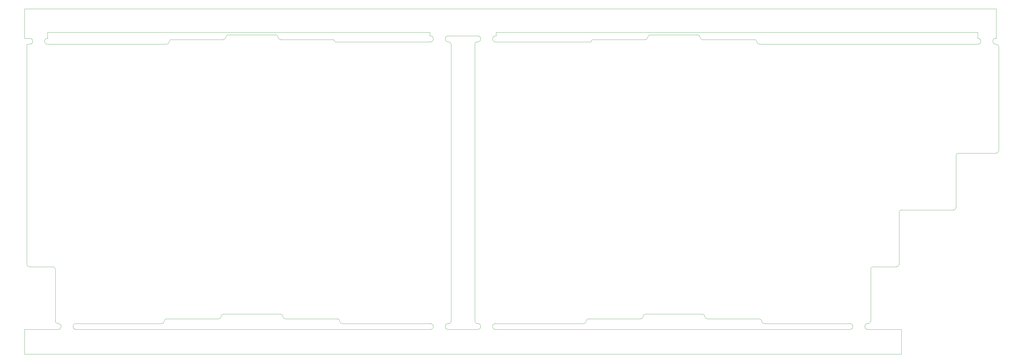
<source format=gm1>
G04 #@! TF.GenerationSoftware,KiCad,Pcbnew,8.0.2*
G04 #@! TF.CreationDate,2024-05-24T11:31:22+03:00*
G04 #@! TF.ProjectId,ratless65,7261746c-6573-4733-9635-2e6b69636164,rev?*
G04 #@! TF.SameCoordinates,Original*
G04 #@! TF.FileFunction,Profile,NP*
%FSLAX46Y46*%
G04 Gerber Fmt 4.6, Leading zero omitted, Abs format (unit mm)*
G04 Created by KiCad (PCBNEW 8.0.2) date 2024-05-24 11:31:22*
%MOMM*%
%LPD*%
G01*
G04 APERTURE LIST*
G04 #@! TA.AperFunction,Profile*
%ADD10C,0.050000*%
G04 #@! TD*
G04 APERTURE END LIST*
D10*
X230981250Y-123825000D02*
G75*
G02*
X231775000Y-123031250I793750J0D01*
G01*
X212725000Y-124618750D02*
X230187500Y-124618750D01*
X335756250Y-87312500D02*
X335756250Y-69850000D01*
X350043750Y-68262500D02*
X350043750Y-33337500D01*
X249237500Y-29368750D02*
G75*
G02*
X250031250Y-30162500I0J-793750D01*
G01*
X230981250Y-123825000D02*
G75*
G02*
X230187500Y-124618750I-793750J0D01*
G01*
X250825000Y-30956250D02*
G75*
G02*
X250031250Y-30162500I0J793750D01*
G01*
X268287500Y-30956250D02*
X250825000Y-30956250D01*
X316706250Y-106362500D02*
X316706250Y-88900000D01*
X252412500Y-124618750D02*
X269875000Y-124618750D01*
X307181250Y-107950000D02*
G75*
G02*
X307975000Y-107156250I793750J0D01*
G01*
X90487500Y-30956250D02*
X73025000Y-30956250D01*
X70643750Y-125412500D02*
G75*
G02*
X69850000Y-126206250I-793750J0D01*
G01*
X109537500Y-123031250D02*
G75*
G02*
X110331250Y-123825000I0J-793750D01*
G01*
X335756250Y-69850000D02*
G75*
G02*
X336550000Y-69056250I793750J0D01*
G01*
X269875000Y-32543750D02*
G75*
G02*
X269081250Y-31750000I0J793750D01*
G01*
X350043750Y-68262500D02*
G75*
G02*
X349250000Y-69056250I-793750J0D01*
G01*
X127000000Y-30956250D02*
X109537500Y-30956250D01*
X24606250Y-33337500D02*
X24606250Y-32543750D01*
X33337500Y-107156250D02*
G75*
G02*
X34131250Y-107950000I0J-793750D01*
G01*
X107950000Y-29368750D02*
X92075000Y-29368750D01*
X317500000Y-128206250D02*
X306212500Y-128206250D01*
X307975000Y-107156250D02*
X315912500Y-107156250D01*
X111125000Y-124618750D02*
X128587500Y-124618750D01*
X100012500Y-28575000D02*
X159543750Y-28575000D01*
X211931250Y-125412500D02*
G75*
G02*
X212725000Y-124618750I793750J0D01*
G01*
X24606250Y-33337500D02*
X24606250Y-106362500D01*
X25575000Y-30543750D02*
X24960000Y-30543750D01*
X165718747Y-126206253D02*
X165885063Y-126206253D01*
X166687500Y-125412500D02*
G75*
G02*
X165885063Y-126206253I-793800J0D01*
G01*
X252412500Y-124618750D02*
G75*
G02*
X251618750Y-123825000I0J793750D01*
G01*
X300037500Y-126206250D02*
X300212500Y-126206250D01*
X307181250Y-125412500D02*
G75*
G02*
X306387500Y-126206250I-793750J0D01*
G01*
X165718750Y-29750000D02*
X175593750Y-29750000D01*
X109537500Y-30956250D02*
G75*
G02*
X108743750Y-30162500I0J793750D01*
G01*
X89693750Y-123825000D02*
G75*
G02*
X90487500Y-123031250I793750J0D01*
G01*
X159718750Y-29750000D02*
X159543750Y-29750000D01*
X316706250Y-106362500D02*
G75*
G02*
X315912500Y-107156250I-793750J0D01*
G01*
X175418750Y-126206250D02*
G75*
G02*
X174625050Y-125412500I50J793750D01*
G01*
X71437500Y-124618750D02*
X88900000Y-124618750D01*
X250825000Y-123031250D02*
G75*
G02*
X251618750Y-123825000I0J-793750D01*
G01*
X127793751Y-31750000D02*
X159718750Y-31750000D01*
X306212497Y-126206253D02*
X306387500Y-126206253D01*
X91281250Y-30162500D02*
G75*
G02*
X90487500Y-30956250I-793750J0D01*
G01*
X181768750Y-28575000D02*
X181768750Y-29750000D01*
X130175000Y-126206250D02*
G75*
G02*
X129381250Y-125412500I0J793750D01*
G01*
X31750000Y-28575000D02*
X31575000Y-28575000D01*
X232568750Y-30162500D02*
G75*
G02*
X233362500Y-29368750I793750J0D01*
G01*
X159718750Y-126206250D02*
X130175000Y-126206250D01*
X165718750Y-128206250D02*
X175593750Y-128206250D01*
X238125000Y-28575000D02*
X343075000Y-28575000D01*
X24960000Y-30543750D02*
X23812500Y-30543750D01*
X269875000Y-32543750D02*
X343075000Y-32543750D01*
X231775000Y-123031250D02*
X250825000Y-123031250D01*
X25400000Y-107156250D02*
G75*
G02*
X24606250Y-106362500I0J793750D01*
G01*
X316706250Y-88900000D02*
G75*
G02*
X317500000Y-88106250I793750J0D01*
G01*
X111125000Y-124618750D02*
G75*
G02*
X110331250Y-123825000I0J793750D01*
G01*
X128587500Y-124618750D02*
G75*
G02*
X129381250Y-125412500I0J-793750D01*
G01*
X317500000Y-136525000D02*
X317500000Y-128206250D01*
X238125000Y-28575000D02*
X181768750Y-28575000D01*
X249237500Y-29368750D02*
X233362500Y-29368750D01*
X34925000Y-126206250D02*
X35100000Y-126206250D01*
X335756250Y-87312500D02*
G75*
G02*
X334962500Y-88106250I-793750J0D01*
G01*
X127000000Y-30956250D02*
G75*
G02*
X127793750Y-31750000I0J-793750D01*
G01*
X165718750Y-31750000D02*
X165893700Y-31750000D01*
X24606250Y-32543750D02*
X25575000Y-32543750D01*
X107950000Y-29368750D02*
G75*
G02*
X108743750Y-30162500I0J-793750D01*
G01*
X349075000Y-32543750D02*
X349250000Y-32543750D01*
X349250000Y-30543750D02*
X349250000Y-20637500D01*
X23812500Y-136525000D02*
X317500000Y-136525000D01*
X165893700Y-31750000D02*
G75*
G02*
X166687500Y-32543800I0J-793800D01*
G01*
X159543750Y-28575000D02*
X159543750Y-29750000D01*
X349075000Y-30543750D02*
X349250000Y-30543750D01*
X174625000Y-32543750D02*
G75*
G02*
X175418750Y-31750000I793800J-50D01*
G01*
X31575000Y-32543750D02*
X71437500Y-32543750D01*
X349250000Y-32543750D02*
G75*
G02*
X350043750Y-33337500I0J-793750D01*
G01*
X268287500Y-30956250D02*
G75*
G02*
X269081250Y-31750000I0J-793750D01*
G01*
X34131250Y-107950000D02*
X34131250Y-125412500D01*
X307181250Y-125412500D02*
X307181250Y-107950000D01*
X232568750Y-30162500D02*
G75*
G02*
X231775000Y-30956250I-793750J0D01*
G01*
X269875000Y-124618750D02*
G75*
G02*
X270668750Y-125412500I0J-793750D01*
G01*
X271462500Y-126206250D02*
G75*
G02*
X270668750Y-125412500I0J793750D01*
G01*
X23812500Y-30543750D02*
X23812500Y-20637500D01*
X175418800Y-31750000D02*
X175593750Y-31750000D01*
X70643750Y-125412500D02*
G75*
G02*
X71437500Y-124618750I793750J0D01*
G01*
X89693750Y-123825000D02*
G75*
G02*
X88900000Y-124618750I-793750J0D01*
G01*
X31575000Y-30543750D02*
X31575000Y-28575000D01*
X181593750Y-29750000D02*
X181768750Y-29750000D01*
X25400000Y-107156250D02*
X33337500Y-107156250D01*
X211931250Y-125412500D02*
G75*
G02*
X211137500Y-126206250I-793750J0D01*
G01*
X90487500Y-123031250D02*
X109537500Y-123031250D01*
X174625000Y-32543750D02*
X174625000Y-125412500D01*
X166687500Y-125412500D02*
X166687500Y-32543800D01*
X271462500Y-126206250D02*
X300037500Y-126206250D01*
X41099997Y-126206253D02*
X69850000Y-126206253D01*
X34925000Y-126206250D02*
G75*
G02*
X34131250Y-125412500I0J793750D01*
G01*
X72231250Y-31750000D02*
G75*
G02*
X71437500Y-32543750I-793750J0D01*
G01*
X213518750Y-31750000D02*
G75*
G02*
X214312500Y-30956250I793750J0D01*
G01*
X343075000Y-28575000D02*
X343075000Y-30543750D01*
X317500000Y-88106250D02*
X334962500Y-88106250D01*
X72231250Y-31750000D02*
G75*
G02*
X73025000Y-30956250I793750J0D01*
G01*
X175418750Y-126206250D02*
X175593750Y-126206250D01*
X91281250Y-30162500D02*
G75*
G02*
X92075000Y-29368750I793750J0D01*
G01*
X300212500Y-128206250D02*
X181593750Y-128206250D01*
X100012500Y-28575000D02*
X31750000Y-28575000D01*
X35100000Y-128206250D02*
X23812500Y-128206250D01*
X349250000Y-20637500D02*
X23812500Y-20637500D01*
X159718750Y-128206250D02*
X41100000Y-128206250D01*
X231775000Y-30956250D02*
X214312500Y-30956250D01*
X181593750Y-31750000D02*
X213518750Y-31750000D01*
X336550000Y-69056250D02*
X349250000Y-69056250D01*
X181593747Y-126206253D02*
X211137500Y-126206253D01*
X23812500Y-128206250D02*
X23812500Y-136525000D01*
X175593750Y-29750000D02*
G75*
G02*
X175593750Y-31750000I0J-1000000D01*
G01*
X181593750Y-31750000D02*
G75*
G02*
X181593750Y-29750000I0J1000000D01*
G01*
X159718750Y-29750000D02*
G75*
G02*
X159718750Y-31750000I0J-1000000D01*
G01*
X165718750Y-31750000D02*
G75*
G02*
X165718750Y-29750000I0J1000000D01*
G01*
X159718750Y-126206250D02*
G75*
G02*
X159718750Y-128206250I0J-1000000D01*
G01*
X165718750Y-128206250D02*
G75*
G02*
X165718750Y-126206250I0J1000000D01*
G01*
X343075000Y-30543750D02*
G75*
G02*
X343075000Y-32543750I0J-1000000D01*
G01*
X349075000Y-32543750D02*
G75*
G02*
X349075000Y-30543750I0J1000000D01*
G01*
X25575000Y-30543750D02*
G75*
G02*
X25575000Y-32543750I0J-1000000D01*
G01*
X31575000Y-32543750D02*
G75*
G02*
X31575000Y-30543750I0J1000000D01*
G01*
X300212500Y-126206250D02*
G75*
G02*
X300212500Y-128206250I0J-1000000D01*
G01*
X306212500Y-128206250D02*
G75*
G02*
X306212500Y-126206250I0J1000000D01*
G01*
X175593750Y-126206250D02*
G75*
G02*
X175593750Y-128206250I0J-1000000D01*
G01*
X181593750Y-128206250D02*
G75*
G02*
X181593750Y-126206250I0J1000000D01*
G01*
X35100000Y-126206250D02*
G75*
G02*
X35100000Y-128206250I0J-1000000D01*
G01*
X41100000Y-128206250D02*
G75*
G02*
X41100000Y-126206250I0J1000000D01*
G01*
M02*

</source>
